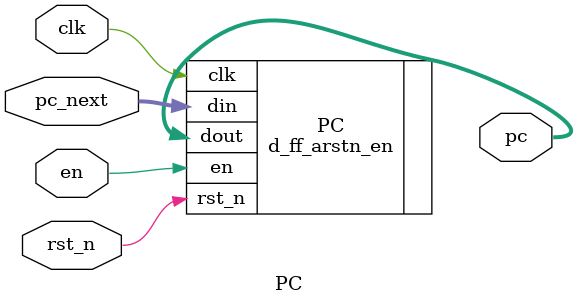
<source format=v>
module PC (
    output      [31:0]  pc,

    input       [31:0]  pc_next,
    input               clk,
    input               en
    ,input               rst_n
);
    d_ff_arstn_en # (
        .DATA_WIDTH (32)
    ) PC (
        .dout       (pc),
        
        .din        (pc_next),
        .clk        (clk),
        .en         (en),
        .rst_n      (rst_n)
    );
endmodule

</source>
